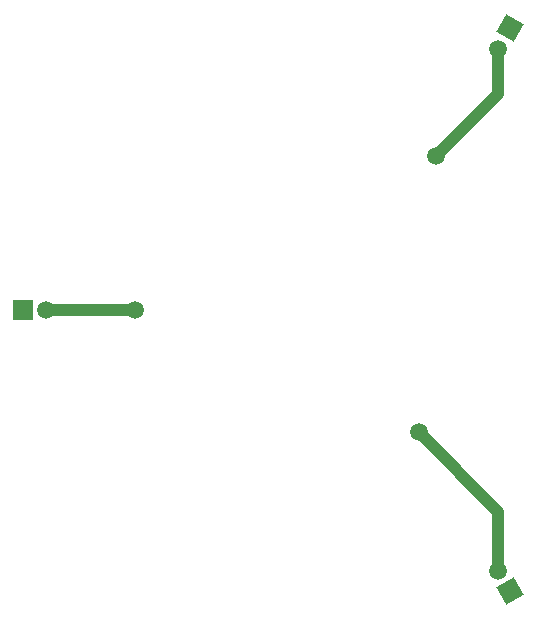
<source format=gbr>
%TF.GenerationSoftware,KiCad,Pcbnew,7.0.10*%
%TF.CreationDate,2024-02-11T22:45:30-05:00*%
%TF.ProjectId,bearing_inner_top,62656172-696e-4675-9f69-6e6e65725f74,rev?*%
%TF.SameCoordinates,Original*%
%TF.FileFunction,Copper,L1,Top*%
%TF.FilePolarity,Positive*%
%FSLAX46Y46*%
G04 Gerber Fmt 4.6, Leading zero omitted, Abs format (unit mm)*
G04 Created by KiCad (PCBNEW 7.0.10) date 2024-02-11 22:45:30*
%MOMM*%
%LPD*%
G01*
G04 APERTURE LIST*
G04 Aperture macros list*
%AMRotRect*
0 Rectangle, with rotation*
0 The origin of the aperture is its center*
0 $1 length*
0 $2 width*
0 $3 Rotation angle, in degrees counterclockwise*
0 Add horizontal line*
21,1,$1,$2,0,0,$3*%
G04 Aperture macros list end*
%TA.AperFunction,ComponentPad*%
%ADD10RotRect,1.700000X1.700000X300.000000*%
%TD*%
%TA.AperFunction,ComponentPad*%
%ADD11C,1.500000*%
%TD*%
%TA.AperFunction,ComponentPad*%
%ADD12R,1.700000X1.700000*%
%TD*%
%TA.AperFunction,ComponentPad*%
%ADD13RotRect,1.700000X1.700000X60.000000*%
%TD*%
%TA.AperFunction,Conductor*%
%ADD14C,1.000000*%
%TD*%
G04 APERTURE END LIST*
D10*
%TO.P,J103,1,Pin_1*%
%TO.N,unconnected-(J103-Pin_1-Pad1)*%
X63750000Y-73816000D03*
%TD*%
D11*
%TO.P,J108,1,Pin_1*%
%TO.N,Net-(J105-Pin_1)*%
X57500000Y-37010000D03*
%TD*%
%TO.P,J106,1,Pin_1*%
%TO.N,Net-(J106-Pin_1)*%
X62750000Y-72084000D03*
%TD*%
D12*
%TO.P,J101,1,Pin_1*%
%TO.N,unconnected-(J101-Pin_1-Pad1)*%
X22500000Y-50000000D03*
%TD*%
D11*
%TO.P,J104,1,Pin_1*%
%TO.N,Net-(J104-Pin_1)*%
X24500000Y-50000000D03*
%TD*%
%TO.P,J109,1,Pin_1*%
%TO.N,Net-(J106-Pin_1)*%
X56000000Y-60392000D03*
%TD*%
%TO.P,J107,1,Pin_1*%
%TO.N,Net-(J104-Pin_1)*%
X32000000Y-50000000D03*
%TD*%
D13*
%TO.P,J102,1,Pin_1*%
%TO.N,unconnected-(J102-Pin_1-Pad1)*%
X63750000Y-26184000D03*
%TD*%
D11*
%TO.P,J105,1,Pin_1*%
%TO.N,Net-(J105-Pin_1)*%
X62750000Y-27916000D03*
%TD*%
D14*
%TO.N,Net-(J104-Pin_1)*%
X24500000Y-50000000D02*
X32000000Y-50000000D01*
%TO.N,Net-(J105-Pin_1)*%
X62750000Y-27916000D02*
X62750000Y-31760000D01*
X62750000Y-31760000D02*
X57500000Y-37010000D01*
%TO.N,Net-(J106-Pin_1)*%
X62750000Y-72084000D02*
X62750000Y-67142000D01*
X62750000Y-67142000D02*
X56000000Y-60392000D01*
%TD*%
M02*

</source>
